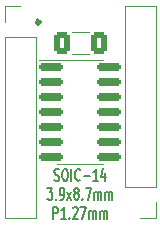
<source format=gto>
G04 #@! TF.GenerationSoftware,KiCad,Pcbnew,(6.0.9)*
G04 #@! TF.CreationDate,2023-05-28T18:49:52+02:00*
G04 #@! TF.ProjectId,SOIC-SSOP-DIP adapter,534f4943-2d53-4534-9f50-2d4449502061,rev?*
G04 #@! TF.SameCoordinates,Original*
G04 #@! TF.FileFunction,Legend,Top*
G04 #@! TF.FilePolarity,Positive*
%FSLAX46Y46*%
G04 Gerber Fmt 4.6, Leading zero omitted, Abs format (unit mm)*
G04 Created by KiCad (PCBNEW (6.0.9)) date 2023-05-28 18:49:52*
%MOMM*%
%LPD*%
G01*
G04 APERTURE LIST*
G04 Aperture macros list*
%AMRoundRect*
0 Rectangle with rounded corners*
0 $1 Rounding radius*
0 $2 $3 $4 $5 $6 $7 $8 $9 X,Y pos of 4 corners*
0 Add a 4 corners polygon primitive as box body*
4,1,4,$2,$3,$4,$5,$6,$7,$8,$9,$2,$3,0*
0 Add four circle primitives for the rounded corners*
1,1,$1+$1,$2,$3*
1,1,$1+$1,$4,$5*
1,1,$1+$1,$6,$7*
1,1,$1+$1,$8,$9*
0 Add four rect primitives between the rounded corners*
20,1,$1+$1,$2,$3,$4,$5,0*
20,1,$1+$1,$4,$5,$6,$7,0*
20,1,$1+$1,$6,$7,$8,$9,0*
20,1,$1+$1,$8,$9,$2,$3,0*%
G04 Aperture macros list end*
%ADD10C,0.150000*%
%ADD11C,0.329000*%
%ADD12C,0.120000*%
%ADD13RoundRect,0.250000X-0.412500X-0.650000X0.412500X-0.650000X0.412500X0.650000X-0.412500X0.650000X0*%
%ADD14R,1.700000X1.700000*%
%ADD15O,1.700000X1.700000*%
%ADD16RoundRect,0.150000X-0.825000X-0.150000X0.825000X-0.150000X0.825000X0.150000X-0.825000X0.150000X0*%
G04 APERTURE END LIST*
D10*
X68936666Y-94679761D02*
X69036666Y-94727380D01*
X69203333Y-94727380D01*
X69270000Y-94679761D01*
X69303333Y-94632142D01*
X69336666Y-94536904D01*
X69336666Y-94441666D01*
X69303333Y-94346428D01*
X69270000Y-94298809D01*
X69203333Y-94251190D01*
X69070000Y-94203571D01*
X69003333Y-94155952D01*
X68970000Y-94108333D01*
X68936666Y-94013095D01*
X68936666Y-93917857D01*
X68970000Y-93822619D01*
X69003333Y-93775000D01*
X69070000Y-93727380D01*
X69236666Y-93727380D01*
X69336666Y-93775000D01*
X69770000Y-93727380D02*
X69903333Y-93727380D01*
X69970000Y-93775000D01*
X70036666Y-93870238D01*
X70070000Y-94060714D01*
X70070000Y-94394047D01*
X70036666Y-94584523D01*
X69970000Y-94679761D01*
X69903333Y-94727380D01*
X69770000Y-94727380D01*
X69703333Y-94679761D01*
X69636666Y-94584523D01*
X69603333Y-94394047D01*
X69603333Y-94060714D01*
X69636666Y-93870238D01*
X69703333Y-93775000D01*
X69770000Y-93727380D01*
X70370000Y-94727380D02*
X70370000Y-93727380D01*
X71103333Y-94632142D02*
X71070000Y-94679761D01*
X70970000Y-94727380D01*
X70903333Y-94727380D01*
X70803333Y-94679761D01*
X70736666Y-94584523D01*
X70703333Y-94489285D01*
X70670000Y-94298809D01*
X70670000Y-94155952D01*
X70703333Y-93965476D01*
X70736666Y-93870238D01*
X70803333Y-93775000D01*
X70903333Y-93727380D01*
X70970000Y-93727380D01*
X71070000Y-93775000D01*
X71103333Y-93822619D01*
X71403333Y-94346428D02*
X71936666Y-94346428D01*
X72636666Y-94727380D02*
X72236666Y-94727380D01*
X72436666Y-94727380D02*
X72436666Y-93727380D01*
X72370000Y-93870238D01*
X72303333Y-93965476D01*
X72236666Y-94013095D01*
X73236666Y-94060714D02*
X73236666Y-94727380D01*
X73070000Y-93679761D02*
X72903333Y-94394047D01*
X73336666Y-94394047D01*
X68336666Y-95337380D02*
X68770000Y-95337380D01*
X68536666Y-95718333D01*
X68636666Y-95718333D01*
X68703333Y-95765952D01*
X68736666Y-95813571D01*
X68770000Y-95908809D01*
X68770000Y-96146904D01*
X68736666Y-96242142D01*
X68703333Y-96289761D01*
X68636666Y-96337380D01*
X68436666Y-96337380D01*
X68370000Y-96289761D01*
X68336666Y-96242142D01*
X69070000Y-96242142D02*
X69103333Y-96289761D01*
X69070000Y-96337380D01*
X69036666Y-96289761D01*
X69070000Y-96242142D01*
X69070000Y-96337380D01*
X69436666Y-96337380D02*
X69570000Y-96337380D01*
X69636666Y-96289761D01*
X69670000Y-96242142D01*
X69736666Y-96099285D01*
X69770000Y-95908809D01*
X69770000Y-95527857D01*
X69736666Y-95432619D01*
X69703333Y-95385000D01*
X69636666Y-95337380D01*
X69503333Y-95337380D01*
X69436666Y-95385000D01*
X69403333Y-95432619D01*
X69370000Y-95527857D01*
X69370000Y-95765952D01*
X69403333Y-95861190D01*
X69436666Y-95908809D01*
X69503333Y-95956428D01*
X69636666Y-95956428D01*
X69703333Y-95908809D01*
X69736666Y-95861190D01*
X69770000Y-95765952D01*
X70003333Y-96337380D02*
X70370000Y-95670714D01*
X70003333Y-95670714D02*
X70370000Y-96337380D01*
X70736666Y-95765952D02*
X70670000Y-95718333D01*
X70636666Y-95670714D01*
X70603333Y-95575476D01*
X70603333Y-95527857D01*
X70636666Y-95432619D01*
X70670000Y-95385000D01*
X70736666Y-95337380D01*
X70870000Y-95337380D01*
X70936666Y-95385000D01*
X70970000Y-95432619D01*
X71003333Y-95527857D01*
X71003333Y-95575476D01*
X70970000Y-95670714D01*
X70936666Y-95718333D01*
X70870000Y-95765952D01*
X70736666Y-95765952D01*
X70670000Y-95813571D01*
X70636666Y-95861190D01*
X70603333Y-95956428D01*
X70603333Y-96146904D01*
X70636666Y-96242142D01*
X70670000Y-96289761D01*
X70736666Y-96337380D01*
X70870000Y-96337380D01*
X70936666Y-96289761D01*
X70970000Y-96242142D01*
X71003333Y-96146904D01*
X71003333Y-95956428D01*
X70970000Y-95861190D01*
X70936666Y-95813571D01*
X70870000Y-95765952D01*
X71303333Y-96242142D02*
X71336666Y-96289761D01*
X71303333Y-96337380D01*
X71270000Y-96289761D01*
X71303333Y-96242142D01*
X71303333Y-96337380D01*
X71570000Y-95337380D02*
X72036666Y-95337380D01*
X71736666Y-96337380D01*
X72303333Y-96337380D02*
X72303333Y-95670714D01*
X72303333Y-95765952D02*
X72336666Y-95718333D01*
X72403333Y-95670714D01*
X72503333Y-95670714D01*
X72570000Y-95718333D01*
X72603333Y-95813571D01*
X72603333Y-96337380D01*
X72603333Y-95813571D02*
X72636666Y-95718333D01*
X72703333Y-95670714D01*
X72803333Y-95670714D01*
X72870000Y-95718333D01*
X72903333Y-95813571D01*
X72903333Y-96337380D01*
X73236666Y-96337380D02*
X73236666Y-95670714D01*
X73236666Y-95765952D02*
X73270000Y-95718333D01*
X73336666Y-95670714D01*
X73436666Y-95670714D01*
X73503333Y-95718333D01*
X73536666Y-95813571D01*
X73536666Y-96337380D01*
X73536666Y-95813571D02*
X73570000Y-95718333D01*
X73636666Y-95670714D01*
X73736666Y-95670714D01*
X73803333Y-95718333D01*
X73836666Y-95813571D01*
X73836666Y-96337380D01*
X68836666Y-97947380D02*
X68836666Y-96947380D01*
X69103333Y-96947380D01*
X69170000Y-96995000D01*
X69203333Y-97042619D01*
X69236666Y-97137857D01*
X69236666Y-97280714D01*
X69203333Y-97375952D01*
X69170000Y-97423571D01*
X69103333Y-97471190D01*
X68836666Y-97471190D01*
X69903333Y-97947380D02*
X69503333Y-97947380D01*
X69703333Y-97947380D02*
X69703333Y-96947380D01*
X69636666Y-97090238D01*
X69570000Y-97185476D01*
X69503333Y-97233095D01*
X70203333Y-97852142D02*
X70236666Y-97899761D01*
X70203333Y-97947380D01*
X70170000Y-97899761D01*
X70203333Y-97852142D01*
X70203333Y-97947380D01*
X70503333Y-97042619D02*
X70536666Y-96995000D01*
X70603333Y-96947380D01*
X70770000Y-96947380D01*
X70836666Y-96995000D01*
X70870000Y-97042619D01*
X70903333Y-97137857D01*
X70903333Y-97233095D01*
X70870000Y-97375952D01*
X70470000Y-97947380D01*
X70903333Y-97947380D01*
X71136666Y-96947380D02*
X71603333Y-96947380D01*
X71303333Y-97947380D01*
X71870000Y-97947380D02*
X71870000Y-97280714D01*
X71870000Y-97375952D02*
X71903333Y-97328333D01*
X71970000Y-97280714D01*
X72070000Y-97280714D01*
X72136666Y-97328333D01*
X72170000Y-97423571D01*
X72170000Y-97947380D01*
X72170000Y-97423571D02*
X72203333Y-97328333D01*
X72270000Y-97280714D01*
X72370000Y-97280714D01*
X72436666Y-97328333D01*
X72470000Y-97423571D01*
X72470000Y-97947380D01*
X72803333Y-97947380D02*
X72803333Y-97280714D01*
X72803333Y-97375952D02*
X72836666Y-97328333D01*
X72903333Y-97280714D01*
X73003333Y-97280714D01*
X73070000Y-97328333D01*
X73103333Y-97423571D01*
X73103333Y-97947380D01*
X73103333Y-97423571D02*
X73136666Y-97328333D01*
X73203333Y-97280714D01*
X73303333Y-97280714D01*
X73370000Y-97328333D01*
X73403333Y-97423571D01*
X73403333Y-97947380D01*
D11*
X67728500Y-81280000D02*
G75*
G03*
X67728500Y-81280000I-164500J0D01*
G01*
D12*
X70408748Y-83968000D02*
X71831252Y-83968000D01*
X70408748Y-82148000D02*
X71831252Y-82148000D01*
X64710000Y-97845000D02*
X67370000Y-97845000D01*
X64710000Y-82545000D02*
X64710000Y-97845000D01*
X67370000Y-82545000D02*
X67370000Y-97845000D01*
X64710000Y-81275000D02*
X64710000Y-79945000D01*
X64710000Y-79945000D02*
X66040000Y-79945000D01*
X64710000Y-82545000D02*
X67370000Y-82545000D01*
X71120000Y-84465000D02*
X73070000Y-84465000D01*
X71120000Y-93335000D02*
X73070000Y-93335000D01*
X71120000Y-93335000D02*
X69170000Y-93335000D01*
X71120000Y-84465000D02*
X67670000Y-84465000D01*
X77530000Y-95255000D02*
X74870000Y-95255000D01*
X74870000Y-95255000D02*
X74870000Y-79955000D01*
X77530000Y-95255000D02*
X77530000Y-79955000D01*
X77530000Y-79955000D02*
X74870000Y-79955000D01*
X77530000Y-97855000D02*
X76200000Y-97855000D01*
X77530000Y-96525000D02*
X77530000Y-97855000D01*
%LPC*%
D13*
X69557500Y-83058000D03*
X72682500Y-83058000D03*
D14*
X66040000Y-81275000D03*
D15*
X66040000Y-83815000D03*
X66040000Y-86355000D03*
X66040000Y-88895000D03*
X66040000Y-91435000D03*
X66040000Y-93975000D03*
X66040000Y-96515000D03*
D16*
X68645000Y-85090000D03*
X68645000Y-86360000D03*
X68645000Y-87630000D03*
X68645000Y-88900000D03*
X68645000Y-90170000D03*
X68645000Y-91440000D03*
X68645000Y-92710000D03*
X73595000Y-92710000D03*
X73595000Y-91440000D03*
X73595000Y-90170000D03*
X73595000Y-88900000D03*
X73595000Y-87630000D03*
X73595000Y-86360000D03*
X73595000Y-85090000D03*
D14*
X76200000Y-96525000D03*
D15*
X76200000Y-93985000D03*
X76200000Y-91445000D03*
X76200000Y-88905000D03*
X76200000Y-86365000D03*
X76200000Y-83825000D03*
X76200000Y-81285000D03*
M02*

</source>
